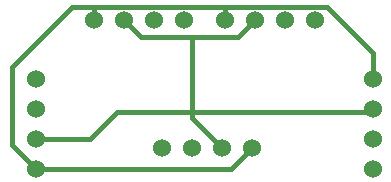
<source format=gbl>
G75*
%MOIN*%
%OFA0B0*%
%FSLAX25Y25*%
%IPPOS*%
%LPD*%
%AMOC8*
5,1,8,0,0,1.08239X$1,22.5*
%
%ADD10C,0.06000*%
%ADD11C,0.01600*%
D10*
X0014045Y0013391D03*
X0014045Y0023391D03*
X0014045Y0033391D03*
X0014045Y0043391D03*
X0033545Y0062891D03*
X0043545Y0062891D03*
X0053545Y0062891D03*
X0063545Y0062891D03*
X0077045Y0062891D03*
X0087045Y0062891D03*
X0097045Y0062891D03*
X0107045Y0062891D03*
X0126545Y0043391D03*
X0126545Y0033391D03*
X0126545Y0023391D03*
X0126545Y0013391D03*
X0086045Y0020391D03*
X0076045Y0020391D03*
X0066045Y0020391D03*
X0056045Y0020391D03*
D11*
X0066045Y0030391D02*
X0066045Y0032391D01*
X0041045Y0032391D01*
X0032045Y0023391D01*
X0014045Y0023391D01*
X0006045Y0021391D02*
X0006045Y0047391D01*
X0026045Y0067391D01*
X0034045Y0067391D01*
X0033545Y0066891D01*
X0033545Y0062891D01*
X0034045Y0067391D02*
X0077545Y0067391D01*
X0077045Y0066891D01*
X0077045Y0062891D01*
X0077545Y0067391D02*
X0111045Y0067391D01*
X0126545Y0051891D01*
X0126545Y0043391D01*
X0126545Y0033391D02*
X0125545Y0032391D01*
X0066045Y0032391D01*
X0066045Y0057391D01*
X0081545Y0057391D01*
X0087045Y0062891D01*
X0066045Y0057391D02*
X0049045Y0057391D01*
X0043545Y0062891D01*
X0066045Y0030391D02*
X0076045Y0020391D01*
X0079045Y0013391D02*
X0086045Y0020391D01*
X0079045Y0013391D02*
X0014045Y0013391D01*
X0006045Y0021391D01*
M02*

</source>
